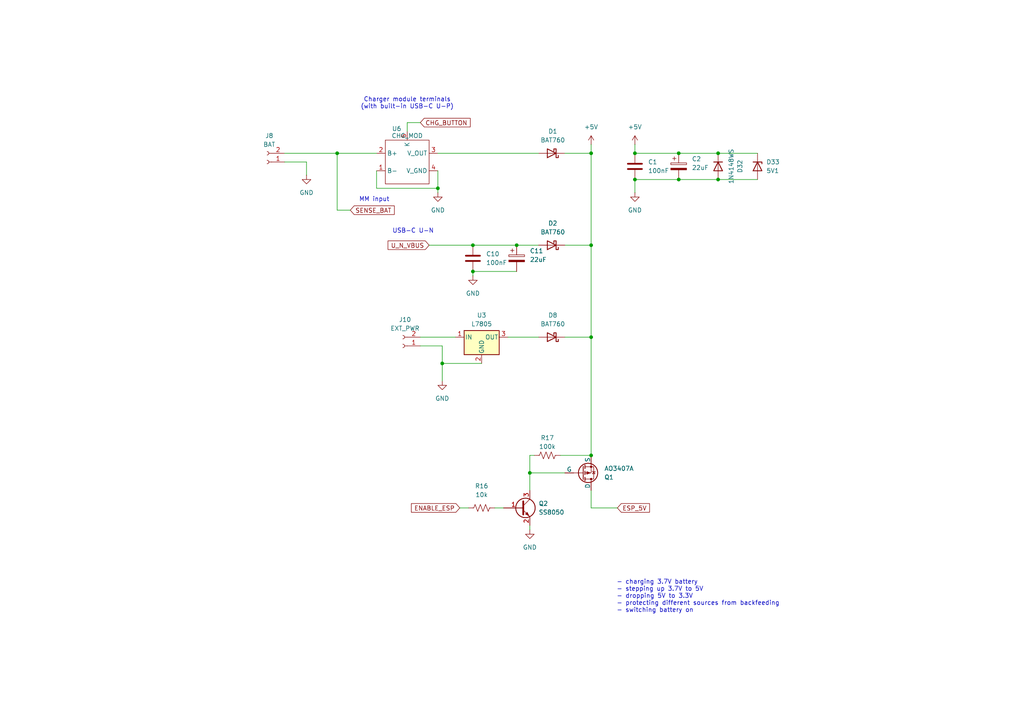
<source format=kicad_sch>
(kicad_sch (version 20231120) (generator "eeschema") (generator_version "8.0")
  (paper "A4")
  (title_block (title "power section") (date "2024-11-09") (rev "1.0") (company "vaexey"))
  (lib_symbols
    (symbol "Connector:Conn_01x02_Socket" (pin_names (offset 1.016) hide)
      (property "Reference" "J" (at 0 2.54 0))
      (property "Value" "Conn_01x02_Socket" (at 0 -5.08 0))
      (symbol "Conn_01x02_Socket_1_1"
        (arc (start 0 -2.032) (mid -0.5058 -2.54) (end 0 -3.048) (stroke (width 0.1524)))
        (polyline (pts (xy -1.27 -2.54) (xy -0.508 -2.54)) (stroke (width 0.1524)))
        (polyline (pts (xy -1.27 0) (xy -0.508 0)) (stroke (width 0.1524)))
        (arc (start 0 0.508) (mid -0.5058 0) (end 0 -0.508) (stroke (width 0.1524)))
        (pin passive line (at -5.08 0 0) (length 3.81) (name "Pin_1") (number "1"))
        (pin passive line (at -5.08 -2.54 0) (length 3.81) (name "Pin_2") (number "2"))
      )
    )
    (symbol "Device:C" (pin_numbers hide) (pin_names (offset 0.254))
      (property "Reference" "C" (at 0.635 2.54 0))
      (property "Value" "C" (at 0.635 -2.54 0))
      (symbol "C_0_1"
        (polyline (pts (xy -2.032 -0.762) (xy 2.032 -0.762)) (stroke (width 0.508)))
        (polyline (pts (xy -2.032 0.762) (xy 2.032 0.762)) (stroke (width 0.508)))
      )
      (symbol "C_1_1"
        (pin passive line (at 0 3.81 270) (length 2.794) (name "~") (number "1"))
        (pin passive line (at 0 -3.81 90) (length 2.794) (name "~") (number "2"))
      )
    )
    (symbol "Device:C_Polarized" (pin_numbers hide) (pin_names (offset 0.254))
      (property "Reference" "C" (at 0.635 2.54 0))
      (property "Value" "C_Polarized" (at 0.635 -2.54 0))
      (symbol "C_Polarized_0_1"
        (rectangle (start -2.286 0.508) (end 2.286 1.016))
        (polyline (pts (xy -1.778 2.286) (xy -0.762 2.286)))
        (polyline (pts (xy -1.27 2.794) (xy -1.27 1.778)))
        (rectangle (start 2.286 -0.508) (end -2.286 -1.016) (fill (type outline)))
      )
      (symbol "C_Polarized_1_1"
        (pin passive line (at 0 3.81 270) (length 2.794) (name "~") (number "1"))
        (pin passive line (at 0 -3.81 90) (length 2.794) (name "~") (number "2"))
      )
    )
    (symbol "Device:D" (pin_numbers hide) (pin_names (offset 1.016) hide)
      (property "Reference" "D" (at 0 2.54 0))
      (property "Value" "D" (at 0 -2.54 0))
      (symbol "D_0_1"
        (polyline (pts (xy -1.27 1.27) (xy -1.27 -1.27)) (stroke (width 0.254)))
        (polyline (pts (xy 1.27 0) (xy -1.27 0)))
        (polyline (pts (xy 1.27 1.27) (xy 1.27 -1.27) (xy -1.27 0) (xy 1.27 1.27)) (stroke (width 0.254)))
      )
      (symbol "D_1_1"
        (pin passive line (at -3.81 0 0) (length 2.54) (name "K") (number "1"))
        (pin passive line (at 3.81 0 180) (length 2.54) (name "A") (number "2"))
      )
    )
    (symbol "Device:D_Schottky" (pin_numbers hide) (pin_names (offset 1.016) hide)
      (property "Reference" "D" (at 0 2.54 0))
      (property "Value" "D_Schottky" (at 0 -2.54 0))
      (symbol "D_Schottky_0_1"
        (polyline (pts (xy 1.27 0) (xy -1.27 0)))
        (polyline (pts (xy 1.27 1.27) (xy 1.27 -1.27) (xy -1.27 0) (xy 1.27 1.27)) (stroke (width 0.254)))
        (polyline (pts (xy -1.905 0.635) (xy -1.905 1.27) (xy -1.27 1.27) (xy -1.27 -1.27) (xy -0.635 -1.27) (xy -0.635 -0.635)) (stroke (width 0.254)))
      )
      (symbol "D_Schottky_1_1"
        (pin passive line (at -3.81 0 0) (length 2.54) (name "K") (number "1"))
        (pin passive line (at 3.81 0 180) (length 2.54) (name "A") (number "2"))
      )
    )
    (symbol "Device:D_Zener" (pin_numbers hide) (pin_names (offset 1.016) hide)
      (property "Reference" "D" (at 0 2.54 0))
      (property "Value" "D_Zener" (at 0 -2.54 0))
      (symbol "D_Zener_0_1"
        (polyline (pts (xy 1.27 0) (xy -1.27 0)))
        (polyline (pts (xy -1.27 -1.27) (xy -1.27 1.27) (xy -0.762 1.27)) (stroke (width 0.254)))
        (polyline (pts (xy 1.27 -1.27) (xy 1.27 1.27) (xy -1.27 0) (xy 1.27 -1.27)) (stroke (width 0.254)))
      )
      (symbol "D_Zener_1_1"
        (pin passive line (at -3.81 0 0) (length 2.54) (name "K") (number "1"))
        (pin passive line (at 3.81 0 180) (length 2.54) (name "A") (number "2"))
      )
    )
    (symbol "Device:R_US" (pin_numbers hide) (pin_names (offset 0))
      (property "Reference" "R" (at 2.54 0 90))
      (property "Value" "R_US" (at -2.54 0 90))
      (symbol "R_US_0_1"
        (polyline (pts (xy 0 -2.286) (xy 0 -2.54)))
        (polyline (pts (xy 0 2.286) (xy 0 2.54)))
        (polyline (pts (xy 0 -0.762) (xy 1.016 -1.143) (xy 0 -1.524) (xy -1.016 -1.905) (xy 0 -2.286)))
        (polyline (pts (xy 0 0.762) (xy 1.016 0.381) (xy 0 0) (xy -1.016 -0.381) (xy 0 -0.762)))
        (polyline (pts (xy 0 2.286) (xy 1.016 1.905) (xy 0 1.524) (xy -1.016 1.143) (xy 0 0.762)))
      )
      (symbol "R_US_1_1"
        (pin passive line (at 0 3.81 270) (length 1.27) (name "~") (number "1"))
        (pin passive line (at 0 -3.81 90) (length 1.27) (name "~") (number "2"))
      )
    )
    (symbol "Regulator_Linear:L7805" (pin_names (offset 0.254))
      (property "Reference" "U" (at -3.81 3.175 0))
      (property "Value" "L7805" (at 0 3.175 0))
      (symbol "L7805_0_1"
        (rectangle (start -5.08 1.905) (end 5.08 -5.08) (stroke (width 0.254)) (fill (type background)))
      )
      (symbol "L7805_1_1"
        (pin power_in line (at -7.62 0 0) (length 2.54) (name "IN") (number "1"))
        (pin power_in line (at 0 -7.62 90) (length 2.54) (name "GND") (number "2"))
        (pin power_out line (at 7.62 0 180) (length 2.54) (name "OUT") (number "3"))
      )
    )
    (symbol "Simulation_SPICE:PMOS" (pin_numbers hide) (pin_names (offset 0))
      (property "Reference" "Q" (at 5.08 1.27 0))
      (property "Value" "PMOS" (at 5.08 -1.27 0))
      (symbol "PMOS_0_1"
        (polyline (pts (xy 0.254 0) (xy -2.54 0)))
        (polyline (pts (xy 0.254 1.905) (xy 0.254 -1.905)) (stroke (width 0.254)))
        (polyline (pts (xy 0.762 -1.27) (xy 0.762 -2.286)) (stroke (width 0.254)))
        (polyline (pts (xy 0.762 0.508) (xy 0.762 -0.508)) (stroke (width 0.254)))
        (polyline (pts (xy 0.762 2.286) (xy 0.762 1.27)) (stroke (width 0.254)))
        (polyline (pts (xy 2.54 2.54) (xy 2.54 1.778)))
        (polyline (pts (xy 2.54 -2.54) (xy 2.54 0) (xy 0.762 0)))
        (polyline (pts (xy 0.762 1.778) (xy 3.302 1.778) (xy 3.302 -1.778) (xy 0.762 -1.778)))
        (polyline (pts (xy 2.286 0) (xy 1.27 0.381) (xy 1.27 -0.381) (xy 2.286 0)) (fill (type outline)))
        (polyline (pts (xy 2.794 -0.508) (xy 2.921 -0.381) (xy 3.683 -0.381) (xy 3.81 -0.254)))
        (polyline (pts (xy 3.302 -0.381) (xy 2.921 0.254) (xy 3.683 0.254) (xy 3.302 -0.381)))
        (circle (center 1.651 0) (radius 2.794) (stroke (width 0.254)))
        (circle (center 2.54 -1.778) (radius 0.254) (fill (type outline)))
        (circle (center 2.54 1.778) (radius 0.254) (fill (type outline)))
      )
      (symbol "PMOS_1_1"
        (pin passive line (at 2.54 5.08 270) (length 2.54) (name "D") (number "1"))
        (pin input line (at -5.08 0 0) (length 2.54) (name "G") (number "2"))
        (pin passive line (at 2.54 -5.08 90) (length 2.54) (name "S") (number "3"))
      )
    )
    (symbol "Transistor_BJT:SS8050" (pin_names (offset 0) hide)
      (property "Reference" "Q" (at 5.08 1.905 0))
      (property "Value" "SS8050" (at 5.08 0 0))
      (symbol "SS8050_0_1"
        (polyline (pts (xy 0.635 0.635) (xy 2.54 2.54)))
        (polyline (pts (xy 0.635 -0.635) (xy 2.54 -2.54) (xy 2.54 -2.54)))
        (polyline (pts (xy 0.635 1.905) (xy 0.635 -1.905) (xy 0.635 -1.905)) (stroke (width 0.508)))
        (polyline (pts (xy 1.27 -1.778) (xy 1.778 -1.27) (xy 2.286 -2.286) (xy 1.27 -1.778) (xy 1.27 -1.778)) (fill (type outline)))
        (circle (center 1.27 0) (radius 2.8194) (stroke (width 0.254)))
      )
      (symbol "SS8050_1_1"
        (pin input line (at -5.08 0 0) (length 5.715) (name "B") (number "1"))
        (pin passive line (at 2.54 -5.08 90) (length 2.54) (name "E") (number "2"))
        (pin passive line (at 2.54 5.08 270) (length 2.54) (name "C") (number "3"))
      )
    )
    (symbol "oracle:lipo_chg_module"
      (property "Reference" "U" (at 0 -7.874 0))
      (symbol "lipo_chg_module_0_1"
        (rectangle (start -6.35 6.35) (end 6.35 -6.35))
      )
      (symbol "lipo_chg_module_1_1"
        (pin bidirectional line (at -8.89 -2.54 0) (length 2.54) (name "B-") (number "1"))
        (pin bidirectional line (at -8.89 2.54 0) (length 2.54) (name "B+") (number "2"))
        (pin bidirectional line (at 8.89 2.54 180) (length 2.54) (name "V_OUT") (number "3"))
        (pin bidirectional line (at 8.89 -2.54 180) (length 2.54) (name "V_GND") (number "4"))
        (pin bidirectional line (at 0 8.89 270) (length 2.54) (name "K") (number "5"))
      )
    )
    (symbol "power:+5V" (power) (pin_numbers hide) (pin_names (offset 0) hide)
      (property "Value" "+5V" (at 0 3.556 0))
      (symbol "+5V_0_1"
        (polyline (pts (xy -0.762 1.27) (xy 0 2.54)))
        (polyline (pts (xy 0 0) (xy 0 2.54)))
        (polyline (pts (xy 0 2.54) (xy 0.762 1.27)))
      )
      (symbol "+5V_1_1"
        (pin power_in line (at 0 0 90) (length 0) (name "~") (number "1"))
      )
    )
    (symbol "power:GND" (power) (pin_numbers hide) (pin_names (offset 0) hide)
      (property "Value" "GND" (at 0 -3.81 0))
      (symbol "GND_0_1"
        (polyline (pts (xy 0 0) (xy 0 -1.27) (xy 1.27 -1.27) (xy 0 -2.54) (xy -1.27 -1.27) (xy 0 -1.27)))
      )
      (symbol "GND_1_1"
        (pin power_in line (at 0 0 270) (length 0) (name "~") (number "1"))
      )
    )
  )
  (junction (at 97.79 44.45))
  (junction (at 171.45 71.12))
  (junction (at 196.85 44.45))
  (junction (at 196.85 52.07))
  (junction (at 184.15 44.45))
  (junction (at 184.15 52.07))
  (junction (at 208.28 44.45))
  (junction (at 153.67 137.16))
  (junction (at 171.45 44.45))
  (junction (at 208.28 52.07))
  (junction (at 137.16 71.12))
  (junction (at 137.16 78.74))
  (junction (at 127 54.61))
  (junction (at 128.27 105.41))
  (junction (at 171.45 97.79))
  (junction (at 149.86 71.12))
  (junction (at 171.45 132.08))
  (wire (pts (xy 153.67 132.08) (xy 154.94 132.08)))
  (wire (pts (xy 196.85 44.45) (xy 208.28 44.45)))
  (wire (pts (xy 137.16 71.12) (xy 149.86 71.12)))
  (wire (pts (xy 101.6 60.96) (xy 97.79 60.96)))
  (wire (pts (xy 128.27 100.33) (xy 128.27 105.41)))
  (wire (pts (xy 139.7 105.41) (xy 128.27 105.41)))
  (wire (pts (xy 153.67 137.16) (xy 153.67 142.24)))
  (wire (pts (xy 153.67 137.16) (xy 153.67 132.08)))
  (wire (pts (xy 137.16 78.74) (xy 137.16 80.01)))
  (wire (pts (xy 184.15 41.91) (xy 184.15 44.45)))
  (wire (pts (xy 97.79 44.45) (xy 97.79 60.96)))
  (wire (pts (xy 163.83 137.16) (xy 153.67 137.16)))
  (wire (pts (xy 127 44.45) (xy 156.21 44.45)))
  (wire (pts (xy 208.28 52.07) (xy 219.71 52.07)))
  (wire (pts (xy 162.56 132.08) (xy 171.45 132.08)))
  (wire (pts (xy 184.15 44.45) (xy 196.85 44.45)))
  (wire (pts (xy 147.32 97.79) (xy 156.21 97.79)))
  (wire (pts (xy 179.07 147.32) (xy 171.45 147.32)))
  (wire (pts (xy 163.83 97.79) (xy 171.45 97.79)))
  (wire (pts (xy 124.46 71.12) (xy 137.16 71.12)))
  (wire (pts (xy 208.28 44.45) (xy 219.71 44.45)))
  (wire (pts (xy 127 54.61) (xy 127 55.88)))
  (wire (pts (xy 171.45 147.32) (xy 171.45 142.24)))
  (wire (pts (xy 109.22 49.53) (xy 109.22 54.61)))
  (wire (pts (xy 149.86 71.12) (xy 156.21 71.12)))
  (wire (pts (xy 171.45 44.45) (xy 163.83 44.45)))
  (wire (pts (xy 82.55 44.45) (xy 97.79 44.45)))
  (wire (pts (xy 127 49.53) (xy 127 54.61)))
  (wire (pts (xy 171.45 41.91) (xy 171.45 44.45)))
  (wire (pts (xy 97.79 44.45) (xy 109.22 44.45)))
  (wire (pts (xy 184.15 52.07) (xy 196.85 52.07)))
  (wire (pts (xy 171.45 97.79) (xy 171.45 132.08)))
  (wire (pts (xy 121.92 100.33) (xy 128.27 100.33)))
  (wire (pts (xy 171.45 71.12) (xy 171.45 97.79)))
  (wire (pts (xy 128.27 105.41) (xy 128.27 110.49)))
  (wire (pts (xy 133.35 147.32) (xy 135.89 147.32)))
  (wire (pts (xy 88.9 46.99) (xy 88.9 50.8)))
  (wire (pts (xy 109.22 54.61) (xy 127 54.61)))
  (wire (pts (xy 121.92 97.79) (xy 132.08 97.79)))
  (wire (pts (xy 163.83 71.12) (xy 171.45 71.12)))
  (wire (pts (xy 184.15 52.07) (xy 184.15 55.88)))
  (wire (pts (xy 118.11 38.1) (xy 118.11 35.56)))
  (wire (pts (xy 143.51 147.32) (xy 146.05 147.32)))
  (wire (pts (xy 196.85 52.07) (xy 208.28 52.07)))
  (wire (pts (xy 171.45 44.45) (xy 171.45 71.12)))
  (wire (pts (xy 82.55 46.99) (xy 88.9 46.99)))
  (wire (pts (xy 118.11 35.56) (xy 121.92 35.56)))
  (wire (pts (xy 153.67 152.4) (xy 153.67 153.67)))
  (wire (pts (xy 137.16 78.74) (xy 149.86 78.74)))
  (text "- charging 3.7V battery\n- stepping up 3.7V to 5V\n- dropping 5V to 3.3V\n- protecting different sources from backfeeding\n- switching battery on" (at 178.816 172.974 0) (effects (font (size 1.27 1.27)) (justify left)))
  (text "MM input" (at 104.14 57.912 0) (effects (font (size 1.27 1.27)) (justify left)))
  (text "USB-C U-N" (at 113.792 67.056 0) (effects (font (size 1.27 1.27)) (justify left)))
  (text "Charger module terminals\n(with built-in USB-C U-P)" (at 118.11 29.972 0) (effects (font (size 1.27 1.27))))
  (global_label "CHG_BUTTON" (shape input) (at 121.92 35.56 0) (property "Intersheetrefs" "${INTERSHEET_REFS}" (effects (hide yes))))
  (global_label "U_N_VBUS" (shape input) (at 124.46 71.12 180) (property "Intersheetrefs" "${INTERSHEET_REFS}" (effects (hide yes))))
  (global_label "SENSE_BAT" (shape input) (at 101.6 60.96 0) (property "Intersheetrefs" "${INTERSHEET_REFS}" (effects (hide yes))))
  (global_label "ENABLE_ESP" (shape input) (at 133.35 147.32 180) (property "Intersheetrefs" "${INTERSHEET_REFS}" (effects (hide yes))))
  (global_label "ESP_5V" (shape input) (at 179.07 147.32 0) (property "Intersheetrefs" "${INTERSHEET_REFS}" (effects (hide yes))))
  (symbol (lib_id "power:+5V") (at 171.45 41.91 0) (unit 1)
    (property "Reference" "#PWR03" (effects (hide yes)))
    (property "Value" "+5V" (at 171.45 36.83 0))
    (property "Description" "Power symbol creates a global label with name \"+5V\"" (effects (hide yes)))
  )
  (symbol (lib_id "Simulation_SPICE:PMOS") (at 168.91 137.16 0) (mirror x) (unit 1)
    (property "Reference" "Q1" (at 175.26 138.4301 0) (effects (justify left)))
    (property "Value" "AO3407A" (at 175.26 135.8901 0) (effects (justify left)))
    (property "Footprint" "Package_TO_SOT_SMD:TSOT-23" (effects (hide yes)))
    (property "Datasheet" "https://ngspice.sourceforge.io/docs/ngspice-html-manual/manual.xhtml#cha_MOSFETs" (effects (hide yes)))
    (property "Description" "P-MOSFET transistor, drain/source/gate" (effects (hide yes)))
    (property "Sim.Device" "PMOS" (effects (hide yes)))
    (property "Sim.Type" "VDMOS" (effects (hide yes)))
    (property "Sim.Pins" "1=D 2=G 3=S" (effects (hide yes)))
  )
  (symbol (lib_id "Device:C_Polarized") (at 196.85 48.26 0) (unit 1)
    (property "Reference" "C2" (at 200.66 46.1009 0) (effects (justify left)))
    (property "Value" "22uF" (at 200.66 48.6409 0) (effects (justify left)))
    (property "Footprint" "Capacitor_SMD:C_1210_3225Metric" (effects (hide yes)))
    (property "Description" "Polarized capacitor" (effects (hide yes)))
  )
  (symbol (lib_id "power:GND") (at 128.27 110.49 0) (unit 1)
    (property "Reference" "#PWR016" (effects (hide yes)))
    (property "Value" "GND" (at 128.27 115.57 0))
    (property "Description" "Power symbol creates a global label with name \"GND\" , ground" (effects (hide yes)))
  )
  (symbol (lib_id "Device:R_US") (at 158.75 132.08 270) (unit 1)
    (property "Reference" "R17" (at 158.75 127 90))
    (property "Value" "100k" (at 158.75 129.54 90))
    (property "Footprint" "Resistor_SMD:R_1206_3216Metric" (effects (hide yes)))
    (property "Description" "Resistor, US symbol" (effects (hide yes)))
  )
  (symbol (lib_id "Device:D") (at 208.28 48.26 270) (unit 1)
    (property "Reference" "D32" (at 214.63 48.26 0))
    (property "Value" "1N4148WS" (at 212.09 48.26 0))
    (property "Footprint" "Diode_SMD:D_SOD-323F" (effects (hide yes)))
    (property "Description" "Diode" (effects (hide yes)))
    (property "Sim.Device" "D" (effects (hide yes)))
    (property "Sim.Pins" "1=K 2=A" (effects (hide yes)))
  )
  (symbol (lib_id "Device:D_Schottky") (at 160.02 44.45 180) (unit 1)
    (property "Reference" "D1" (at 160.3375 38.1 0))
    (property "Value" "BAT760" (at 160.3375 40.64 0))
    (property "Footprint" "Diode_SMD:D_SOD-323F" (effects (hide yes)))
    (property "Description" "Schottky diode" (effects (hide yes)))
  )
  (symbol (lib_id "power:GND") (at 137.16 80.01 0) (unit 1)
    (property "Reference" "#PWR024" (effects (hide yes)))
    (property "Value" "GND" (at 137.16 85.09 0))
    (property "Description" "Power symbol creates a global label with name \"GND\" , ground" (effects (hide yes)))
  )
  (symbol (lib_id "Device:C") (at 184.15 48.26 0) (unit 1)
    (property "Reference" "C1" (at 187.96 46.9899 0) (effects (justify left)))
    (property "Value" "100nF" (at 187.96 49.5299 0) (effects (justify left)))
    (property "Footprint" "Capacitor_SMD:C_0805_2012Metric" (effects (hide yes)))
    (property "Description" "Unpolarized capacitor" (effects (hide yes)))
  )
  (symbol (lib_id "Device:C") (at 137.16 74.93 0) (unit 1)
    (property "Reference" "C10" (at 140.97 73.6599 0) (effects (justify left)))
    (property "Value" "100nF" (at 140.97 76.1999 0) (effects (justify left)))
    (property "Footprint" "Capacitor_SMD:C_0805_2012Metric" (effects (hide yes)))
    (property "Description" "Unpolarized capacitor" (effects (hide yes)))
  )
  (symbol (lib_id "Connector:Conn_01x02_Socket") (at 116.84 100.33 180) (unit 1)
    (property "Reference" "J10" (at 117.475 92.71 0))
    (property "Value" "EXT_PWR" (at 117.475 95.25 0))
    (property "Footprint" "Connector_PinHeader_2.54mm:PinHeader_2x01_P2.54mm_Vertical" (effects (hide yes)))
    (property "Description" "Generic connector, single row, 01x02, script generated" (effects (hide yes)))
  )
  (symbol (lib_id "oracle:lipo_chg_module") (at 118.11 46.99 0) (unit 1)
    (property "Reference" "U6" (at 115.062 37.338 0))
    (property "Value" "CHG_MOD" (at 118.11 39.37 0))
    (property "Footprint" "oracle:lipo_chg_module" (effects (hide yes)))
  )
  (symbol (lib_id "Device:C_Polarized") (at 149.86 74.93 0) (unit 1)
    (property "Reference" "C11" (at 153.67 72.7709 0) (effects (justify left)))
    (property "Value" "22uF" (at 153.67 75.3109 0) (effects (justify left)))
    (property "Footprint" "Capacitor_SMD:C_1210_3225Metric" (effects (hide yes)))
    (property "Description" "Polarized capacitor" (effects (hide yes)))
  )
  (symbol (lib_id "Device:R_US") (at 139.7 147.32 270) (unit 1)
    (property "Reference" "R16" (at 139.7 140.97 90))
    (property "Value" "10k" (at 139.7 143.51 90))
    (property "Footprint" "Resistor_SMD:R_1206_3216Metric" (effects (hide yes)))
    (property "Description" "Resistor, US symbol" (effects (hide yes)))
  )
  (symbol (lib_id "Device:D_Schottky") (at 160.02 71.12 180) (unit 1)
    (property "Reference" "D2" (at 160.3375 64.77 0))
    (property "Value" "BAT760" (at 160.3375 67.31 0))
    (property "Footprint" "Diode_SMD:D_SOD-323F" (effects (hide yes)))
    (property "Description" "Schottky diode" (effects (hide yes)))
  )
  (symbol (lib_id "power:GND") (at 153.67 153.67 0) (unit 1)
    (property "Reference" "#PWR026" (effects (hide yes)))
    (property "Value" "GND" (at 153.67 158.75 0))
    (property "Description" "Power symbol creates a global label with name \"GND\" , ground" (effects (hide yes)))
  )
  (symbol (lib_id "Connector:Conn_01x02_Socket") (at 77.47 46.99 180) (unit 1)
    (property "Reference" "J8" (at 78.105 39.37 0))
    (property "Value" "BAT" (at 78.105 41.91 0))
    (property "Footprint" "Connector_PinHeader_2.54mm:PinHeader_2x01_P2.54mm_Vertical" (effects (hide yes)))
    (property "Description" "Generic connector, single row, 01x02, script generated" (effects (hide yes)))
  )
  (symbol (lib_id "Regulator_Linear:L7805") (at 139.7 97.79 0) (unit 1)
    (property "Reference" "U3" (at 139.7 91.44 0))
    (property "Value" "L7805" (at 139.7 93.98 0))
    (property "Footprint" "Package_TO_SOT_SMD:TO-252-2" (effects (hide yes)))
    (property "Datasheet" "http://www.st.com/content/ccc/resource/technical/document/datasheet/41/4f/b3/b0/12/d4/47/88/CD00000444.pdf/files/CD00000444.pdf/jcr:content/translations/en.CD00000444.pdf" (effects (hide yes)))
    (property "Description" "Positive 1.5A 35V Linear Regulator, Fixed Output 5V, TO-220/TO-263/TO-252" (effects (hide yes)))
  )
  (symbol (lib_id "Device:D_Zener") (at 219.71 48.26 270) (unit 1)
    (property "Reference" "D33" (at 222.25 46.9899 90) (effects (justify left)))
    (property "Value" "5V1" (at 222.25 49.5299 90) (effects (justify left)))
    (property "Footprint" "Diode_THT:D_DO-15_P10.16mm_Horizontal" (effects (hide yes)))
    (property "Description" "Zener diode" (effects (hide yes)))
  )
  (symbol (lib_id "Device:D_Schottky") (at 160.02 97.79 180) (unit 1)
    (property "Reference" "D8" (at 160.3375 91.44 0))
    (property "Value" "BAT760" (at 160.3375 93.98 0))
    (property "Footprint" "Diode_SMD:D_SOD-323F" (effects (hide yes)))
    (property "Description" "Schottky diode" (effects (hide yes)))
  )
  (symbol (lib_id "power:GND") (at 88.9 50.8 0) (unit 1)
    (property "Reference" "#PWR01" (effects (hide yes)))
    (property "Value" "GND" (at 88.9 55.88 0))
    (property "Description" "Power symbol creates a global label with name \"GND\" , ground" (effects (hide yes)))
  )
  (symbol (lib_id "Transistor_BJT:SS8050") (at 151.13 147.32 0) (unit 1)
    (property "Reference" "Q2" (at 156.21 146.0499 0) (effects (justify left)))
    (property "Value" "SS8050" (at 156.21 148.5899 0) (effects (justify left)))
    (property "Footprint" "Package_TO_SOT_SMD:SOT-23" (effects (hide yes)))
    (property "Datasheet" "http://www.secosgmbh.com/datasheet/products/SSMPTransistor/SOT-23/SS8050.pdf" (effects (hide yes)))
    (property "Description" "General Purpose NPN Transistor, 1.5A Ic, 25V Vce, SOT-23" (effects (hide yes)))
  )
  (symbol (lib_id "power:GND") (at 127 55.88 0) (unit 1)
    (property "Reference" "#PWR02" (effects (hide yes)))
    (property "Value" "GND" (at 127 60.96 0))
    (property "Description" "Power symbol creates a global label with name \"GND\" , ground" (effects (hide yes)))
  )
  (symbol (lib_id "power:GND") (at 184.15 55.88 0) (unit 1)
    (property "Reference" "#PWR09" (effects (hide yes)))
    (property "Value" "GND" (at 184.15 60.96 0))
    (property "Description" "Power symbol creates a global label with name \"GND\" , ground" (effects (hide yes)))
  )
  (symbol (lib_id "power:+5V") (at 184.15 41.91 0) (unit 1)
    (property "Reference" "#PWR08" (effects (hide yes)))
    (property "Value" "+5V" (at 184.15 36.83 0))
    (property "Description" "Power symbol creates a global label with name \"+5V\"" (effects (hide yes)))
  )
)
</source>
